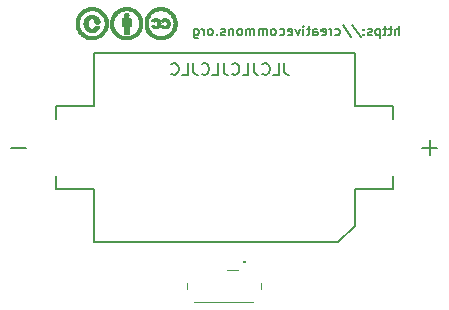
<source format=gbo>
G04 #@! TF.GenerationSoftware,KiCad,Pcbnew,(6.0.7)*
G04 #@! TF.CreationDate,2023-02-05T15:19:58+01:00*
G04 #@! TF.ProjectId,heart,68656172-742e-46b6-9963-61645f706362,v1.0.0*
G04 #@! TF.SameCoordinates,Original*
G04 #@! TF.FileFunction,Legend,Bot*
G04 #@! TF.FilePolarity,Positive*
%FSLAX46Y46*%
G04 Gerber Fmt 4.6, Leading zero omitted, Abs format (unit mm)*
G04 Created by KiCad (PCBNEW (6.0.7)) date 2023-02-05 15:19:58*
%MOMM*%
%LPD*%
G01*
G04 APERTURE LIST*
%ADD10C,0.150000*%
%ADD11C,0.010000*%
%ADD12C,0.127000*%
%ADD13C,0.100000*%
%ADD14C,0.200000*%
%ADD15C,3.200000*%
%ADD16R,1.700000X1.700000*%
%ADD17O,1.700000X1.700000*%
%ADD18R,3.000000X4.200000*%
%ADD19C,0.850000*%
%ADD20R,0.800000X1.600000*%
%ADD21R,1.700000X0.800000*%
%ADD22R,1.800000X0.800000*%
G04 APERTURE END LIST*
D10*
X132059047Y-77232380D02*
X132059047Y-77946666D01*
X132106666Y-78089523D01*
X132201904Y-78184761D01*
X132344761Y-78232380D01*
X132440000Y-78232380D01*
X131106666Y-78232380D02*
X131582857Y-78232380D01*
X131582857Y-77232380D01*
X130201904Y-78137142D02*
X130249523Y-78184761D01*
X130392380Y-78232380D01*
X130487619Y-78232380D01*
X130630476Y-78184761D01*
X130725714Y-78089523D01*
X130773333Y-77994285D01*
X130820952Y-77803809D01*
X130820952Y-77660952D01*
X130773333Y-77470476D01*
X130725714Y-77375238D01*
X130630476Y-77280000D01*
X130487619Y-77232380D01*
X130392380Y-77232380D01*
X130249523Y-77280000D01*
X130201904Y-77327619D01*
X129487619Y-77232380D02*
X129487619Y-77946666D01*
X129535238Y-78089523D01*
X129630476Y-78184761D01*
X129773333Y-78232380D01*
X129868571Y-78232380D01*
X128535238Y-78232380D02*
X129011428Y-78232380D01*
X129011428Y-77232380D01*
X127630476Y-78137142D02*
X127678095Y-78184761D01*
X127820952Y-78232380D01*
X127916190Y-78232380D01*
X128059047Y-78184761D01*
X128154285Y-78089523D01*
X128201904Y-77994285D01*
X128249523Y-77803809D01*
X128249523Y-77660952D01*
X128201904Y-77470476D01*
X128154285Y-77375238D01*
X128059047Y-77280000D01*
X127916190Y-77232380D01*
X127820952Y-77232380D01*
X127678095Y-77280000D01*
X127630476Y-77327619D01*
X126916190Y-77232380D02*
X126916190Y-77946666D01*
X126963809Y-78089523D01*
X127059047Y-78184761D01*
X127201904Y-78232380D01*
X127297142Y-78232380D01*
X125963809Y-78232380D02*
X126440000Y-78232380D01*
X126440000Y-77232380D01*
X125059047Y-78137142D02*
X125106666Y-78184761D01*
X125249523Y-78232380D01*
X125344761Y-78232380D01*
X125487619Y-78184761D01*
X125582857Y-78089523D01*
X125630476Y-77994285D01*
X125678095Y-77803809D01*
X125678095Y-77660952D01*
X125630476Y-77470476D01*
X125582857Y-77375238D01*
X125487619Y-77280000D01*
X125344761Y-77232380D01*
X125249523Y-77232380D01*
X125106666Y-77280000D01*
X125059047Y-77327619D01*
X124344761Y-77232380D02*
X124344761Y-77946666D01*
X124392380Y-78089523D01*
X124487619Y-78184761D01*
X124630476Y-78232380D01*
X124725714Y-78232380D01*
X123392380Y-78232380D02*
X123868571Y-78232380D01*
X123868571Y-77232380D01*
X122487619Y-78137142D02*
X122535238Y-78184761D01*
X122678095Y-78232380D01*
X122773333Y-78232380D01*
X122916190Y-78184761D01*
X123011428Y-78089523D01*
X123059047Y-77994285D01*
X123106666Y-77803809D01*
X123106666Y-77660952D01*
X123059047Y-77470476D01*
X123011428Y-77375238D01*
X122916190Y-77280000D01*
X122773333Y-77232380D01*
X122678095Y-77232380D01*
X122535238Y-77280000D01*
X122487619Y-77327619D01*
X141785714Y-74861904D02*
X141785714Y-74061904D01*
X141442857Y-74861904D02*
X141442857Y-74442857D01*
X141480952Y-74366666D01*
X141557142Y-74328571D01*
X141671428Y-74328571D01*
X141747619Y-74366666D01*
X141785714Y-74404761D01*
X141176190Y-74328571D02*
X140871428Y-74328571D01*
X141061904Y-74061904D02*
X141061904Y-74747619D01*
X141023809Y-74823809D01*
X140947619Y-74861904D01*
X140871428Y-74861904D01*
X140719047Y-74328571D02*
X140414285Y-74328571D01*
X140604761Y-74061904D02*
X140604761Y-74747619D01*
X140566666Y-74823809D01*
X140490476Y-74861904D01*
X140414285Y-74861904D01*
X140147619Y-74328571D02*
X140147619Y-75128571D01*
X140147619Y-74366666D02*
X140071428Y-74328571D01*
X139919047Y-74328571D01*
X139842857Y-74366666D01*
X139804761Y-74404761D01*
X139766666Y-74480952D01*
X139766666Y-74709523D01*
X139804761Y-74785714D01*
X139842857Y-74823809D01*
X139919047Y-74861904D01*
X140071428Y-74861904D01*
X140147619Y-74823809D01*
X139461904Y-74823809D02*
X139385714Y-74861904D01*
X139233333Y-74861904D01*
X139157142Y-74823809D01*
X139119047Y-74747619D01*
X139119047Y-74709523D01*
X139157142Y-74633333D01*
X139233333Y-74595238D01*
X139347619Y-74595238D01*
X139423809Y-74557142D01*
X139461904Y-74480952D01*
X139461904Y-74442857D01*
X139423809Y-74366666D01*
X139347619Y-74328571D01*
X139233333Y-74328571D01*
X139157142Y-74366666D01*
X138776190Y-74785714D02*
X138738095Y-74823809D01*
X138776190Y-74861904D01*
X138814285Y-74823809D01*
X138776190Y-74785714D01*
X138776190Y-74861904D01*
X138776190Y-74366666D02*
X138738095Y-74404761D01*
X138776190Y-74442857D01*
X138814285Y-74404761D01*
X138776190Y-74366666D01*
X138776190Y-74442857D01*
X137823809Y-74023809D02*
X138509523Y-75052380D01*
X136985714Y-74023809D02*
X137671428Y-75052380D01*
X136376190Y-74823809D02*
X136452380Y-74861904D01*
X136604761Y-74861904D01*
X136680952Y-74823809D01*
X136719047Y-74785714D01*
X136757142Y-74709523D01*
X136757142Y-74480952D01*
X136719047Y-74404761D01*
X136680952Y-74366666D01*
X136604761Y-74328571D01*
X136452380Y-74328571D01*
X136376190Y-74366666D01*
X136033333Y-74861904D02*
X136033333Y-74328571D01*
X136033333Y-74480952D02*
X135995238Y-74404761D01*
X135957142Y-74366666D01*
X135880952Y-74328571D01*
X135804761Y-74328571D01*
X135233333Y-74823809D02*
X135309523Y-74861904D01*
X135461904Y-74861904D01*
X135538095Y-74823809D01*
X135576190Y-74747619D01*
X135576190Y-74442857D01*
X135538095Y-74366666D01*
X135461904Y-74328571D01*
X135309523Y-74328571D01*
X135233333Y-74366666D01*
X135195238Y-74442857D01*
X135195238Y-74519047D01*
X135576190Y-74595238D01*
X134509523Y-74861904D02*
X134509523Y-74442857D01*
X134547619Y-74366666D01*
X134623809Y-74328571D01*
X134776190Y-74328571D01*
X134852380Y-74366666D01*
X134509523Y-74823809D02*
X134585714Y-74861904D01*
X134776190Y-74861904D01*
X134852380Y-74823809D01*
X134890476Y-74747619D01*
X134890476Y-74671428D01*
X134852380Y-74595238D01*
X134776190Y-74557142D01*
X134585714Y-74557142D01*
X134509523Y-74519047D01*
X134242857Y-74328571D02*
X133938095Y-74328571D01*
X134128571Y-74061904D02*
X134128571Y-74747619D01*
X134090476Y-74823809D01*
X134014285Y-74861904D01*
X133938095Y-74861904D01*
X133671428Y-74861904D02*
X133671428Y-74328571D01*
X133671428Y-74061904D02*
X133709523Y-74100000D01*
X133671428Y-74138095D01*
X133633333Y-74100000D01*
X133671428Y-74061904D01*
X133671428Y-74138095D01*
X133366666Y-74328571D02*
X133176190Y-74861904D01*
X132985714Y-74328571D01*
X132376190Y-74823809D02*
X132452380Y-74861904D01*
X132604761Y-74861904D01*
X132680952Y-74823809D01*
X132719047Y-74747619D01*
X132719047Y-74442857D01*
X132680952Y-74366666D01*
X132604761Y-74328571D01*
X132452380Y-74328571D01*
X132376190Y-74366666D01*
X132338095Y-74442857D01*
X132338095Y-74519047D01*
X132719047Y-74595238D01*
X131652380Y-74823809D02*
X131728571Y-74861904D01*
X131880952Y-74861904D01*
X131957142Y-74823809D01*
X131995238Y-74785714D01*
X132033333Y-74709523D01*
X132033333Y-74480952D01*
X131995238Y-74404761D01*
X131957142Y-74366666D01*
X131880952Y-74328571D01*
X131728571Y-74328571D01*
X131652380Y-74366666D01*
X131195238Y-74861904D02*
X131271428Y-74823809D01*
X131309523Y-74785714D01*
X131347619Y-74709523D01*
X131347619Y-74480952D01*
X131309523Y-74404761D01*
X131271428Y-74366666D01*
X131195238Y-74328571D01*
X131080952Y-74328571D01*
X131004761Y-74366666D01*
X130966666Y-74404761D01*
X130928571Y-74480952D01*
X130928571Y-74709523D01*
X130966666Y-74785714D01*
X131004761Y-74823809D01*
X131080952Y-74861904D01*
X131195238Y-74861904D01*
X130585714Y-74861904D02*
X130585714Y-74328571D01*
X130585714Y-74404761D02*
X130547619Y-74366666D01*
X130471428Y-74328571D01*
X130357142Y-74328571D01*
X130280952Y-74366666D01*
X130242857Y-74442857D01*
X130242857Y-74861904D01*
X130242857Y-74442857D02*
X130204761Y-74366666D01*
X130128571Y-74328571D01*
X130014285Y-74328571D01*
X129938095Y-74366666D01*
X129900000Y-74442857D01*
X129900000Y-74861904D01*
X129519047Y-74861904D02*
X129519047Y-74328571D01*
X129519047Y-74404761D02*
X129480952Y-74366666D01*
X129404761Y-74328571D01*
X129290476Y-74328571D01*
X129214285Y-74366666D01*
X129176190Y-74442857D01*
X129176190Y-74861904D01*
X129176190Y-74442857D02*
X129138095Y-74366666D01*
X129061904Y-74328571D01*
X128947619Y-74328571D01*
X128871428Y-74366666D01*
X128833333Y-74442857D01*
X128833333Y-74861904D01*
X128338095Y-74861904D02*
X128414285Y-74823809D01*
X128452380Y-74785714D01*
X128490476Y-74709523D01*
X128490476Y-74480952D01*
X128452380Y-74404761D01*
X128414285Y-74366666D01*
X128338095Y-74328571D01*
X128223809Y-74328571D01*
X128147619Y-74366666D01*
X128109523Y-74404761D01*
X128071428Y-74480952D01*
X128071428Y-74709523D01*
X128109523Y-74785714D01*
X128147619Y-74823809D01*
X128223809Y-74861904D01*
X128338095Y-74861904D01*
X127728571Y-74328571D02*
X127728571Y-74861904D01*
X127728571Y-74404761D02*
X127690476Y-74366666D01*
X127614285Y-74328571D01*
X127500000Y-74328571D01*
X127423809Y-74366666D01*
X127385714Y-74442857D01*
X127385714Y-74861904D01*
X127042857Y-74823809D02*
X126966666Y-74861904D01*
X126814285Y-74861904D01*
X126738095Y-74823809D01*
X126700000Y-74747619D01*
X126700000Y-74709523D01*
X126738095Y-74633333D01*
X126814285Y-74595238D01*
X126928571Y-74595238D01*
X127004761Y-74557142D01*
X127042857Y-74480952D01*
X127042857Y-74442857D01*
X127004761Y-74366666D01*
X126928571Y-74328571D01*
X126814285Y-74328571D01*
X126738095Y-74366666D01*
X126357142Y-74785714D02*
X126319047Y-74823809D01*
X126357142Y-74861904D01*
X126395238Y-74823809D01*
X126357142Y-74785714D01*
X126357142Y-74861904D01*
X125861904Y-74861904D02*
X125938095Y-74823809D01*
X125976190Y-74785714D01*
X126014285Y-74709523D01*
X126014285Y-74480952D01*
X125976190Y-74404761D01*
X125938095Y-74366666D01*
X125861904Y-74328571D01*
X125747619Y-74328571D01*
X125671428Y-74366666D01*
X125633333Y-74404761D01*
X125595238Y-74480952D01*
X125595238Y-74709523D01*
X125633333Y-74785714D01*
X125671428Y-74823809D01*
X125747619Y-74861904D01*
X125861904Y-74861904D01*
X125252380Y-74861904D02*
X125252380Y-74328571D01*
X125252380Y-74480952D02*
X125214285Y-74404761D01*
X125176190Y-74366666D01*
X125100000Y-74328571D01*
X125023809Y-74328571D01*
X124414285Y-74328571D02*
X124414285Y-74976190D01*
X124452380Y-75052380D01*
X124490476Y-75090476D01*
X124566666Y-75128571D01*
X124680952Y-75128571D01*
X124757142Y-75090476D01*
X124414285Y-74823809D02*
X124490476Y-74861904D01*
X124642857Y-74861904D01*
X124719047Y-74823809D01*
X124757142Y-74785714D01*
X124795238Y-74709523D01*
X124795238Y-74480952D01*
X124757142Y-74404761D01*
X124719047Y-74366666D01*
X124642857Y-74328571D01*
X124490476Y-74328571D01*
X124414285Y-74366666D01*
G36*
X118682255Y-72965536D02*
G01*
X118712332Y-72966546D01*
X118734725Y-72969757D01*
X118754755Y-72976255D01*
X118777739Y-72987124D01*
X118801557Y-73000947D01*
X118830211Y-73025586D01*
X118849598Y-73056151D01*
X118861159Y-73095215D01*
X118866336Y-73145353D01*
X118866958Y-73191168D01*
X118863428Y-73229264D01*
X118854618Y-73259656D01*
X118839543Y-73285649D01*
X118817222Y-73310548D01*
X118806069Y-73320662D01*
X118778721Y-73340466D01*
X118754398Y-73351526D01*
X118747619Y-73353133D01*
X118711572Y-73358001D01*
X118669533Y-73359460D01*
X118628101Y-73357488D01*
X118593875Y-73352065D01*
X118588499Y-73350541D01*
X118554804Y-73334053D01*
X118523285Y-73308247D01*
X118497984Y-73277049D01*
X118482945Y-73244382D01*
X118482573Y-73242928D01*
X118478668Y-73217279D01*
X118476749Y-73182971D01*
X118477129Y-73145353D01*
X118479775Y-73111912D01*
X118488864Y-73069145D01*
X118505258Y-73035807D01*
X118530398Y-73009325D01*
X118565726Y-72987124D01*
X118572766Y-72983577D01*
X118594387Y-72974041D01*
X118614542Y-72968573D01*
X118638551Y-72966088D01*
X118671732Y-72965501D01*
X118682255Y-72965536D01*
G37*
D11*
X118682255Y-72965536D02*
X118712332Y-72966546D01*
X118734725Y-72969757D01*
X118754755Y-72976255D01*
X118777739Y-72987124D01*
X118801557Y-73000947D01*
X118830211Y-73025586D01*
X118849598Y-73056151D01*
X118861159Y-73095215D01*
X118866336Y-73145353D01*
X118866958Y-73191168D01*
X118863428Y-73229264D01*
X118854618Y-73259656D01*
X118839543Y-73285649D01*
X118817222Y-73310548D01*
X118806069Y-73320662D01*
X118778721Y-73340466D01*
X118754398Y-73351526D01*
X118747619Y-73353133D01*
X118711572Y-73358001D01*
X118669533Y-73359460D01*
X118628101Y-73357488D01*
X118593875Y-73352065D01*
X118588499Y-73350541D01*
X118554804Y-73334053D01*
X118523285Y-73308247D01*
X118497984Y-73277049D01*
X118482945Y-73244382D01*
X118482573Y-73242928D01*
X118478668Y-73217279D01*
X118476749Y-73182971D01*
X118477129Y-73145353D01*
X118479775Y-73111912D01*
X118488864Y-73069145D01*
X118505258Y-73035807D01*
X118530398Y-73009325D01*
X118565726Y-72987124D01*
X118572766Y-72983577D01*
X118594387Y-72974041D01*
X118614542Y-72968573D01*
X118638551Y-72966088D01*
X118671732Y-72965501D01*
X118682255Y-72965536D01*
G36*
X122936055Y-73930196D02*
G01*
X122934915Y-73981942D01*
X122933547Y-74023107D01*
X122931800Y-74055805D01*
X122929527Y-74082155D01*
X122926577Y-74104271D01*
X122922803Y-74124270D01*
X122918055Y-74144268D01*
X122900771Y-74207055D01*
X122853179Y-74344638D01*
X122794396Y-74473242D01*
X122724137Y-74593381D01*
X122642114Y-74705571D01*
X122548042Y-74810327D01*
X122537533Y-74820701D01*
X122513657Y-74843163D01*
X122486614Y-74867562D01*
X122458709Y-74891931D01*
X122432245Y-74914306D01*
X122409526Y-74932721D01*
X122392854Y-74945211D01*
X122384535Y-74949811D01*
X122378939Y-74952580D01*
X122363382Y-74961927D01*
X122340599Y-74976313D01*
X122313208Y-74994113D01*
X122296001Y-75005242D01*
X122183996Y-75069174D01*
X122066444Y-75122519D01*
X121946261Y-75164089D01*
X121826365Y-75192693D01*
X121809155Y-75195134D01*
X121771566Y-75198274D01*
X121721238Y-75200667D01*
X121659234Y-75202266D01*
X121586615Y-75203026D01*
X121569429Y-75203089D01*
X121512577Y-75203103D01*
X121467139Y-75202658D01*
X121430663Y-75201621D01*
X121400699Y-75199859D01*
X121374794Y-75197241D01*
X121350498Y-75193634D01*
X121325358Y-75188905D01*
X121247328Y-75170263D01*
X121142837Y-75137298D01*
X121039232Y-75096178D01*
X120940968Y-75048715D01*
X120852504Y-74996720D01*
X120832035Y-74983421D01*
X120805141Y-74966197D01*
X120783637Y-74952715D01*
X120770886Y-74945103D01*
X120755567Y-74935691D01*
X120724445Y-74912929D01*
X120687724Y-74882712D01*
X120647908Y-74847136D01*
X120607501Y-74808298D01*
X120552440Y-74750186D01*
X120465095Y-74641915D01*
X120390322Y-74526396D01*
X120328157Y-74403696D01*
X120278634Y-74273879D01*
X120241790Y-74137011D01*
X120240735Y-74131760D01*
X120236175Y-74098326D01*
X120232530Y-74053533D01*
X120229802Y-73999966D01*
X120227993Y-73940210D01*
X120227107Y-73876848D01*
X120227120Y-73853988D01*
X120487859Y-73853988D01*
X120488214Y-73901624D01*
X120489199Y-73947012D01*
X120490784Y-73987086D01*
X120492941Y-74018783D01*
X120495641Y-74039039D01*
X120496559Y-74043481D01*
X120500133Y-74062816D01*
X120504088Y-74086211D01*
X120505102Y-74092057D01*
X120514240Y-74131179D01*
X120528197Y-74178102D01*
X120545493Y-74228466D01*
X120564646Y-74277908D01*
X120584175Y-74322068D01*
X120598237Y-74350203D01*
X120659524Y-74452757D01*
X120733049Y-74548895D01*
X120817751Y-74637589D01*
X120912564Y-74717810D01*
X121016427Y-74788528D01*
X121128275Y-74848715D01*
X121155635Y-74861215D01*
X121237179Y-74892758D01*
X121319961Y-74915465D01*
X121410131Y-74931134D01*
X121435498Y-74934212D01*
X121533770Y-74941066D01*
X121633430Y-74940591D01*
X121730869Y-74933032D01*
X121822477Y-74918632D01*
X121904644Y-74897637D01*
X121935619Y-74886862D01*
X121986680Y-74866209D01*
X122040696Y-74841613D01*
X122093458Y-74815119D01*
X122140755Y-74788771D01*
X122178379Y-74764617D01*
X122183646Y-74760849D01*
X122274373Y-74691170D01*
X122352961Y-74620587D01*
X122421587Y-74546770D01*
X122482425Y-74467393D01*
X122537652Y-74380125D01*
X122572102Y-74315155D01*
X122618409Y-74203476D01*
X122651680Y-74086928D01*
X122671611Y-73967020D01*
X122677895Y-73845262D01*
X122670230Y-73723163D01*
X122669572Y-73717734D01*
X122664468Y-73676389D01*
X122660363Y-73645739D01*
X122656672Y-73622432D01*
X122652807Y-73603118D01*
X122648182Y-73584446D01*
X122642211Y-73563064D01*
X122613202Y-73476278D01*
X122562742Y-73363523D01*
X122500091Y-73256272D01*
X122426355Y-73155841D01*
X122342640Y-73063549D01*
X122250051Y-72980712D01*
X122149694Y-72908649D01*
X122042675Y-72848677D01*
X121966615Y-72815768D01*
X121880625Y-72788263D01*
X121789531Y-72769264D01*
X121690787Y-72758253D01*
X121581847Y-72754711D01*
X121539074Y-72755212D01*
X121424892Y-72762275D01*
X121319993Y-72778296D01*
X121222236Y-72804065D01*
X121129477Y-72840369D01*
X121039573Y-72887997D01*
X120950382Y-72947737D01*
X120859761Y-73020378D01*
X120805811Y-73070180D01*
X120723792Y-73160858D01*
X120652782Y-73259550D01*
X120593466Y-73364974D01*
X120546524Y-73475850D01*
X120512641Y-73590899D01*
X120492500Y-73708839D01*
X120490865Y-73728224D01*
X120489156Y-73764223D01*
X120488163Y-73807166D01*
X120487859Y-73853988D01*
X120227120Y-73853988D01*
X120227145Y-73812465D01*
X120228109Y-73749644D01*
X120230002Y-73690971D01*
X120232826Y-73639029D01*
X120236584Y-73596402D01*
X120241277Y-73565676D01*
X120257494Y-73498456D01*
X120299429Y-73367138D01*
X120353308Y-73241875D01*
X120418421Y-73124214D01*
X120494057Y-73015702D01*
X120513210Y-72991692D01*
X120603811Y-72890857D01*
X120703062Y-72799342D01*
X120809614Y-72718012D01*
X120922115Y-72647730D01*
X121039217Y-72589361D01*
X121159567Y-72543769D01*
X121281815Y-72511816D01*
X121290578Y-72510079D01*
X121312529Y-72506174D01*
X121334697Y-72503117D01*
X121359122Y-72500807D01*
X121387849Y-72499147D01*
X121422919Y-72498036D01*
X121466375Y-72497376D01*
X121520260Y-72497067D01*
X121586615Y-72497010D01*
X121601565Y-72497021D01*
X121665476Y-72497195D01*
X121717273Y-72497639D01*
X121758944Y-72498450D01*
X121792477Y-72499721D01*
X121819859Y-72501549D01*
X121843079Y-72504028D01*
X121864123Y-72507255D01*
X121884981Y-72511325D01*
X121926433Y-72521014D01*
X122017192Y-72548040D01*
X122107992Y-72582316D01*
X122194005Y-72621918D01*
X122270406Y-72664922D01*
X122300204Y-72684148D01*
X122417524Y-72769716D01*
X122524606Y-72864277D01*
X122620906Y-72967068D01*
X122705879Y-73077328D01*
X122778982Y-73194292D01*
X122839670Y-73317198D01*
X122887400Y-73445284D01*
X122921627Y-73577787D01*
X122926273Y-73601059D01*
X122930657Y-73625090D01*
X122933932Y-73647439D01*
X122936218Y-73670419D01*
X122937632Y-73696343D01*
X122938295Y-73727525D01*
X122938325Y-73766279D01*
X122937842Y-73814917D01*
X122937404Y-73845262D01*
X122936964Y-73875754D01*
X122936055Y-73930196D01*
G37*
X122936055Y-73930196D02*
X122934915Y-73981942D01*
X122933547Y-74023107D01*
X122931800Y-74055805D01*
X122929527Y-74082155D01*
X122926577Y-74104271D01*
X122922803Y-74124270D01*
X122918055Y-74144268D01*
X122900771Y-74207055D01*
X122853179Y-74344638D01*
X122794396Y-74473242D01*
X122724137Y-74593381D01*
X122642114Y-74705571D01*
X122548042Y-74810327D01*
X122537533Y-74820701D01*
X122513657Y-74843163D01*
X122486614Y-74867562D01*
X122458709Y-74891931D01*
X122432245Y-74914306D01*
X122409526Y-74932721D01*
X122392854Y-74945211D01*
X122384535Y-74949811D01*
X122378939Y-74952580D01*
X122363382Y-74961927D01*
X122340599Y-74976313D01*
X122313208Y-74994113D01*
X122296001Y-75005242D01*
X122183996Y-75069174D01*
X122066444Y-75122519D01*
X121946261Y-75164089D01*
X121826365Y-75192693D01*
X121809155Y-75195134D01*
X121771566Y-75198274D01*
X121721238Y-75200667D01*
X121659234Y-75202266D01*
X121586615Y-75203026D01*
X121569429Y-75203089D01*
X121512577Y-75203103D01*
X121467139Y-75202658D01*
X121430663Y-75201621D01*
X121400699Y-75199859D01*
X121374794Y-75197241D01*
X121350498Y-75193634D01*
X121325358Y-75188905D01*
X121247328Y-75170263D01*
X121142837Y-75137298D01*
X121039232Y-75096178D01*
X120940968Y-75048715D01*
X120852504Y-74996720D01*
X120832035Y-74983421D01*
X120805141Y-74966197D01*
X120783637Y-74952715D01*
X120770886Y-74945103D01*
X120755567Y-74935691D01*
X120724445Y-74912929D01*
X120687724Y-74882712D01*
X120647908Y-74847136D01*
X120607501Y-74808298D01*
X120552440Y-74750186D01*
X120465095Y-74641915D01*
X120390322Y-74526396D01*
X120328157Y-74403696D01*
X120278634Y-74273879D01*
X120241790Y-74137011D01*
X120240735Y-74131760D01*
X120236175Y-74098326D01*
X120232530Y-74053533D01*
X120229802Y-73999966D01*
X120227993Y-73940210D01*
X120227107Y-73876848D01*
X120227120Y-73853988D01*
X120487859Y-73853988D01*
X120488214Y-73901624D01*
X120489199Y-73947012D01*
X120490784Y-73987086D01*
X120492941Y-74018783D01*
X120495641Y-74039039D01*
X120496559Y-74043481D01*
X120500133Y-74062816D01*
X120504088Y-74086211D01*
X120505102Y-74092057D01*
X120514240Y-74131179D01*
X120528197Y-74178102D01*
X120545493Y-74228466D01*
X120564646Y-74277908D01*
X120584175Y-74322068D01*
X120598237Y-74350203D01*
X120659524Y-74452757D01*
X120733049Y-74548895D01*
X120817751Y-74637589D01*
X120912564Y-74717810D01*
X121016427Y-74788528D01*
X121128275Y-74848715D01*
X121155635Y-74861215D01*
X121237179Y-74892758D01*
X121319961Y-74915465D01*
X121410131Y-74931134D01*
X121435498Y-74934212D01*
X121533770Y-74941066D01*
X121633430Y-74940591D01*
X121730869Y-74933032D01*
X121822477Y-74918632D01*
X121904644Y-74897637D01*
X121935619Y-74886862D01*
X121986680Y-74866209D01*
X122040696Y-74841613D01*
X122093458Y-74815119D01*
X122140755Y-74788771D01*
X122178379Y-74764617D01*
X122183646Y-74760849D01*
X122274373Y-74691170D01*
X122352961Y-74620587D01*
X122421587Y-74546770D01*
X122482425Y-74467393D01*
X122537652Y-74380125D01*
X122572102Y-74315155D01*
X122618409Y-74203476D01*
X122651680Y-74086928D01*
X122671611Y-73967020D01*
X122677895Y-73845262D01*
X122670230Y-73723163D01*
X122669572Y-73717734D01*
X122664468Y-73676389D01*
X122660363Y-73645739D01*
X122656672Y-73622432D01*
X122652807Y-73603118D01*
X122648182Y-73584446D01*
X122642211Y-73563064D01*
X122613202Y-73476278D01*
X122562742Y-73363523D01*
X122500091Y-73256272D01*
X122426355Y-73155841D01*
X122342640Y-73063549D01*
X122250051Y-72980712D01*
X122149694Y-72908649D01*
X122042675Y-72848677D01*
X121966615Y-72815768D01*
X121880625Y-72788263D01*
X121789531Y-72769264D01*
X121690787Y-72758253D01*
X121581847Y-72754711D01*
X121539074Y-72755212D01*
X121424892Y-72762275D01*
X121319993Y-72778296D01*
X121222236Y-72804065D01*
X121129477Y-72840369D01*
X121039573Y-72887997D01*
X120950382Y-72947737D01*
X120859761Y-73020378D01*
X120805811Y-73070180D01*
X120723792Y-73160858D01*
X120652782Y-73259550D01*
X120593466Y-73364974D01*
X120546524Y-73475850D01*
X120512641Y-73590899D01*
X120492500Y-73708839D01*
X120490865Y-73728224D01*
X120489156Y-73764223D01*
X120488163Y-73807166D01*
X120487859Y-73853988D01*
X120227120Y-73853988D01*
X120227145Y-73812465D01*
X120228109Y-73749644D01*
X120230002Y-73690971D01*
X120232826Y-73639029D01*
X120236584Y-73596402D01*
X120241277Y-73565676D01*
X120257494Y-73498456D01*
X120299429Y-73367138D01*
X120353308Y-73241875D01*
X120418421Y-73124214D01*
X120494057Y-73015702D01*
X120513210Y-72991692D01*
X120603811Y-72890857D01*
X120703062Y-72799342D01*
X120809614Y-72718012D01*
X120922115Y-72647730D01*
X121039217Y-72589361D01*
X121159567Y-72543769D01*
X121281815Y-72511816D01*
X121290578Y-72510079D01*
X121312529Y-72506174D01*
X121334697Y-72503117D01*
X121359122Y-72500807D01*
X121387849Y-72499147D01*
X121422919Y-72498036D01*
X121466375Y-72497376D01*
X121520260Y-72497067D01*
X121586615Y-72497010D01*
X121601565Y-72497021D01*
X121665476Y-72497195D01*
X121717273Y-72497639D01*
X121758944Y-72498450D01*
X121792477Y-72499721D01*
X121819859Y-72501549D01*
X121843079Y-72504028D01*
X121864123Y-72507255D01*
X121884981Y-72511325D01*
X121926433Y-72521014D01*
X122017192Y-72548040D01*
X122107992Y-72582316D01*
X122194005Y-72621918D01*
X122270406Y-72664922D01*
X122300204Y-72684148D01*
X122417524Y-72769716D01*
X122524606Y-72864277D01*
X122620906Y-72967068D01*
X122705879Y-73077328D01*
X122778982Y-73194292D01*
X122839670Y-73317198D01*
X122887400Y-73445284D01*
X122921627Y-73577787D01*
X122926273Y-73601059D01*
X122930657Y-73625090D01*
X122933932Y-73647439D01*
X122936218Y-73670419D01*
X122937632Y-73696343D01*
X122938295Y-73727525D01*
X122938325Y-73766279D01*
X122937842Y-73814917D01*
X122937404Y-73845262D01*
X122936964Y-73875754D01*
X122936055Y-73930196D01*
G36*
X118731445Y-73418567D02*
G01*
X118800105Y-73418706D01*
X118856539Y-73419130D01*
X118902059Y-73419996D01*
X118937978Y-73421464D01*
X118965608Y-73423691D01*
X118986263Y-73426835D01*
X119001254Y-73431055D01*
X119011895Y-73436509D01*
X119019497Y-73443355D01*
X119025374Y-73451753D01*
X119030838Y-73461859D01*
X119031321Y-73462837D01*
X119034024Y-73470553D01*
X119036235Y-73482048D01*
X119038002Y-73498665D01*
X119039370Y-73521745D01*
X119040385Y-73552629D01*
X119041094Y-73592660D01*
X119041543Y-73643179D01*
X119041779Y-73705529D01*
X119041847Y-73781050D01*
X119041847Y-74078954D01*
X118889447Y-74078954D01*
X118889447Y-74404316D01*
X118889383Y-74456311D01*
X118889122Y-74520365D01*
X118888678Y-74578788D01*
X118888074Y-74630100D01*
X118887332Y-74672820D01*
X118886475Y-74705467D01*
X118885524Y-74726562D01*
X118884501Y-74734623D01*
X118883734Y-74734941D01*
X118872165Y-74736082D01*
X118848403Y-74736982D01*
X118814308Y-74737614D01*
X118771736Y-74737953D01*
X118722548Y-74737973D01*
X118668601Y-74737647D01*
X118457647Y-74735725D01*
X118455759Y-74407339D01*
X118453870Y-74078954D01*
X118301618Y-74078954D01*
X118301618Y-73781050D01*
X118301620Y-73767971D01*
X118301712Y-73694656D01*
X118301979Y-73634298D01*
X118302466Y-73585555D01*
X118303222Y-73547084D01*
X118304290Y-73517544D01*
X118305719Y-73495594D01*
X118307554Y-73479891D01*
X118309841Y-73469093D01*
X118312627Y-73461859D01*
X118316700Y-73454180D01*
X118322346Y-73445359D01*
X118329379Y-73438129D01*
X118339114Y-73432332D01*
X118352862Y-73427810D01*
X118371936Y-73424405D01*
X118397649Y-73421957D01*
X118431313Y-73420310D01*
X118474240Y-73419304D01*
X118527744Y-73418782D01*
X118593138Y-73418584D01*
X118671732Y-73418554D01*
X118731445Y-73418567D01*
G37*
X118731445Y-73418567D02*
X118800105Y-73418706D01*
X118856539Y-73419130D01*
X118902059Y-73419996D01*
X118937978Y-73421464D01*
X118965608Y-73423691D01*
X118986263Y-73426835D01*
X119001254Y-73431055D01*
X119011895Y-73436509D01*
X119019497Y-73443355D01*
X119025374Y-73451753D01*
X119030838Y-73461859D01*
X119031321Y-73462837D01*
X119034024Y-73470553D01*
X119036235Y-73482048D01*
X119038002Y-73498665D01*
X119039370Y-73521745D01*
X119040385Y-73552629D01*
X119041094Y-73592660D01*
X119041543Y-73643179D01*
X119041779Y-73705529D01*
X119041847Y-73781050D01*
X119041847Y-74078954D01*
X118889447Y-74078954D01*
X118889447Y-74404316D01*
X118889383Y-74456311D01*
X118889122Y-74520365D01*
X118888678Y-74578788D01*
X118888074Y-74630100D01*
X118887332Y-74672820D01*
X118886475Y-74705467D01*
X118885524Y-74726562D01*
X118884501Y-74734623D01*
X118883734Y-74734941D01*
X118872165Y-74736082D01*
X118848403Y-74736982D01*
X118814308Y-74737614D01*
X118771736Y-74737953D01*
X118722548Y-74737973D01*
X118668601Y-74737647D01*
X118457647Y-74735725D01*
X118455759Y-74407339D01*
X118453870Y-74078954D01*
X118301618Y-74078954D01*
X118301618Y-73781050D01*
X118301620Y-73767971D01*
X118301712Y-73694656D01*
X118301979Y-73634298D01*
X118302466Y-73585555D01*
X118303222Y-73547084D01*
X118304290Y-73517544D01*
X118305719Y-73495594D01*
X118307554Y-73479891D01*
X118309841Y-73469093D01*
X118312627Y-73461859D01*
X118316700Y-73454180D01*
X118322346Y-73445359D01*
X118329379Y-73438129D01*
X118339114Y-73432332D01*
X118352862Y-73427810D01*
X118371936Y-73424405D01*
X118397649Y-73421957D01*
X118431313Y-73420310D01*
X118474240Y-73419304D01*
X118527744Y-73418782D01*
X118593138Y-73418584D01*
X118671732Y-73418554D01*
X118731445Y-73418567D01*
G36*
X121224783Y-73421925D02*
G01*
X121291561Y-73433619D01*
X121352091Y-73456449D01*
X121408771Y-73491310D01*
X121463999Y-73539097D01*
X121484318Y-73560290D01*
X121520465Y-73606814D01*
X121546968Y-73656592D01*
X121564738Y-73712115D01*
X121574684Y-73775872D01*
X121577717Y-73850354D01*
X121577562Y-73867598D01*
X121574274Y-73927320D01*
X121565999Y-73978736D01*
X121551783Y-74026384D01*
X121530677Y-74074801D01*
X121496642Y-74129442D01*
X121449652Y-74180319D01*
X121393507Y-74222506D01*
X121330402Y-74254370D01*
X121262532Y-74274276D01*
X121245523Y-74276987D01*
X121201115Y-74280564D01*
X121153095Y-74280717D01*
X121107390Y-74277542D01*
X121069929Y-74271138D01*
X121015390Y-74252800D01*
X120949122Y-74218037D01*
X120889321Y-74172179D01*
X120885561Y-74168674D01*
X120864542Y-74147257D01*
X120843483Y-74123275D01*
X120824390Y-74099350D01*
X120809269Y-74078100D01*
X120800122Y-74062145D01*
X120798956Y-74054104D01*
X120799922Y-74053485D01*
X120810664Y-74047717D01*
X120831207Y-74037129D01*
X120859120Y-74022964D01*
X120891973Y-74006467D01*
X120894767Y-74005071D01*
X120929923Y-73987679D01*
X120954511Y-73976161D01*
X120970733Y-73969817D01*
X120980787Y-73967943D01*
X120986873Y-73969837D01*
X120991192Y-73974797D01*
X121008547Y-74000385D01*
X121029083Y-74028447D01*
X121045809Y-74047596D01*
X121060719Y-74060027D01*
X121075808Y-74067936D01*
X121082680Y-74070346D01*
X121113030Y-74076393D01*
X121148495Y-74078664D01*
X121182744Y-74077003D01*
X121209446Y-74071251D01*
X121221107Y-74065890D01*
X121251645Y-74043075D01*
X121278583Y-74011170D01*
X121298987Y-73974126D01*
X121309926Y-73935895D01*
X121311495Y-73921167D01*
X121313273Y-73888500D01*
X121313918Y-73850658D01*
X121313449Y-73812553D01*
X121311883Y-73779098D01*
X121309241Y-73755207D01*
X121298014Y-73715812D01*
X121274772Y-73675741D01*
X121242090Y-73646213D01*
X121200890Y-73628010D01*
X121152094Y-73621913D01*
X121131552Y-73622977D01*
X121090552Y-73633108D01*
X121055367Y-73655046D01*
X121023463Y-73690133D01*
X120993383Y-73730851D01*
X120899497Y-73681745D01*
X120897868Y-73680892D01*
X120856454Y-73658457D01*
X120827714Y-73641138D01*
X120810952Y-73628478D01*
X120805472Y-73620019D01*
X120805745Y-73617516D01*
X120813131Y-73601872D01*
X120828821Y-73580260D01*
X120850440Y-73555292D01*
X120875610Y-73529580D01*
X120901953Y-73505738D01*
X120927091Y-73486378D01*
X120964038Y-73464006D01*
X121017319Y-73441531D01*
X121077004Y-73427396D01*
X121146418Y-73420602D01*
X121149358Y-73420473D01*
X121224783Y-73421925D01*
G37*
X121224783Y-73421925D02*
X121291561Y-73433619D01*
X121352091Y-73456449D01*
X121408771Y-73491310D01*
X121463999Y-73539097D01*
X121484318Y-73560290D01*
X121520465Y-73606814D01*
X121546968Y-73656592D01*
X121564738Y-73712115D01*
X121574684Y-73775872D01*
X121577717Y-73850354D01*
X121577562Y-73867598D01*
X121574274Y-73927320D01*
X121565999Y-73978736D01*
X121551783Y-74026384D01*
X121530677Y-74074801D01*
X121496642Y-74129442D01*
X121449652Y-74180319D01*
X121393507Y-74222506D01*
X121330402Y-74254370D01*
X121262532Y-74274276D01*
X121245523Y-74276987D01*
X121201115Y-74280564D01*
X121153095Y-74280717D01*
X121107390Y-74277542D01*
X121069929Y-74271138D01*
X121015390Y-74252800D01*
X120949122Y-74218037D01*
X120889321Y-74172179D01*
X120885561Y-74168674D01*
X120864542Y-74147257D01*
X120843483Y-74123275D01*
X120824390Y-74099350D01*
X120809269Y-74078100D01*
X120800122Y-74062145D01*
X120798956Y-74054104D01*
X120799922Y-74053485D01*
X120810664Y-74047717D01*
X120831207Y-74037129D01*
X120859120Y-74022964D01*
X120891973Y-74006467D01*
X120894767Y-74005071D01*
X120929923Y-73987679D01*
X120954511Y-73976161D01*
X120970733Y-73969817D01*
X120980787Y-73967943D01*
X120986873Y-73969837D01*
X120991192Y-73974797D01*
X121008547Y-74000385D01*
X121029083Y-74028447D01*
X121045809Y-74047596D01*
X121060719Y-74060027D01*
X121075808Y-74067936D01*
X121082680Y-74070346D01*
X121113030Y-74076393D01*
X121148495Y-74078664D01*
X121182744Y-74077003D01*
X121209446Y-74071251D01*
X121221107Y-74065890D01*
X121251645Y-74043075D01*
X121278583Y-74011170D01*
X121298987Y-73974126D01*
X121309926Y-73935895D01*
X121311495Y-73921167D01*
X121313273Y-73888500D01*
X121313918Y-73850658D01*
X121313449Y-73812553D01*
X121311883Y-73779098D01*
X121309241Y-73755207D01*
X121298014Y-73715812D01*
X121274772Y-73675741D01*
X121242090Y-73646213D01*
X121200890Y-73628010D01*
X121152094Y-73621913D01*
X121131552Y-73622977D01*
X121090552Y-73633108D01*
X121055367Y-73655046D01*
X121023463Y-73690133D01*
X120993383Y-73730851D01*
X120899497Y-73681745D01*
X120897868Y-73680892D01*
X120856454Y-73658457D01*
X120827714Y-73641138D01*
X120810952Y-73628478D01*
X120805472Y-73620019D01*
X120805745Y-73617516D01*
X120813131Y-73601872D01*
X120828821Y-73580260D01*
X120850440Y-73555292D01*
X120875610Y-73529580D01*
X120901953Y-73505738D01*
X120927091Y-73486378D01*
X120964038Y-73464006D01*
X121017319Y-73441531D01*
X121077004Y-73427396D01*
X121146418Y-73420602D01*
X121149358Y-73420473D01*
X121224783Y-73421925D01*
G36*
X115890612Y-73136782D02*
G01*
X115976822Y-73159884D01*
X116056979Y-73194037D01*
X116130020Y-73238837D01*
X116194883Y-73293878D01*
X116250506Y-73358757D01*
X116295826Y-73433068D01*
X116315707Y-73476236D01*
X116334552Y-73525001D01*
X116349183Y-73571533D01*
X116357845Y-73610803D01*
X116362752Y-73643525D01*
X116416357Y-73643525D01*
X116444119Y-73643968D01*
X116460424Y-73645762D01*
X116468064Y-73649594D01*
X116469961Y-73656153D01*
X116469791Y-73657001D01*
X116463083Y-73667128D01*
X116447828Y-73685243D01*
X116425704Y-73709653D01*
X116398390Y-73738670D01*
X116367562Y-73770603D01*
X116334899Y-73803762D01*
X116302079Y-73836457D01*
X116270778Y-73866997D01*
X116242676Y-73893693D01*
X116219449Y-73914854D01*
X116202776Y-73928790D01*
X116194335Y-73933811D01*
X116193500Y-73933643D01*
X116183432Y-73926908D01*
X116165429Y-73911564D01*
X116141170Y-73889302D01*
X116112334Y-73861809D01*
X116080601Y-73830776D01*
X116047650Y-73797892D01*
X116015160Y-73764845D01*
X115984812Y-73733325D01*
X115958284Y-73705021D01*
X115937256Y-73681623D01*
X115923408Y-73664819D01*
X115918418Y-73656299D01*
X115919441Y-73650847D01*
X115925645Y-73646232D01*
X115940196Y-73644065D01*
X115966166Y-73643525D01*
X116013914Y-73643525D01*
X116008823Y-73619939D01*
X115998919Y-73588475D01*
X115974223Y-73543294D01*
X115940204Y-73503226D01*
X115899892Y-73472374D01*
X115874377Y-73458814D01*
X115845632Y-73447767D01*
X115812309Y-73439904D01*
X115769441Y-73433755D01*
X115715655Y-73430896D01*
X115651424Y-73438101D01*
X115594506Y-73457468D01*
X115545398Y-73488739D01*
X115504600Y-73531660D01*
X115472609Y-73585975D01*
X115458924Y-73618397D01*
X115446843Y-73655122D01*
X115438300Y-73693964D01*
X115432791Y-73738002D01*
X115429813Y-73790315D01*
X115428865Y-73853982D01*
X115428864Y-73854714D01*
X115429023Y-73903118D01*
X115429836Y-73940199D01*
X115431580Y-73969102D01*
X115434535Y-73992970D01*
X115438979Y-74014949D01*
X115445191Y-74038183D01*
X115460608Y-74085362D01*
X115489765Y-74150040D01*
X115525167Y-74202669D01*
X115567494Y-74244186D01*
X115617425Y-74275526D01*
X115667000Y-74293513D01*
X115722376Y-74302037D01*
X115779354Y-74300967D01*
X115835065Y-74290830D01*
X115886641Y-74272156D01*
X115931213Y-74245473D01*
X115965912Y-74211309D01*
X115972391Y-74202256D01*
X115993334Y-74164168D01*
X116008450Y-74122655D01*
X116015213Y-74084232D01*
X116016390Y-74060811D01*
X116196004Y-74058870D01*
X116210435Y-74058719D01*
X116263771Y-74058302D01*
X116304552Y-74058315D01*
X116334363Y-74058832D01*
X116354790Y-74059930D01*
X116367418Y-74061684D01*
X116373832Y-74064171D01*
X116375618Y-74067467D01*
X116375560Y-74070436D01*
X116372111Y-74097955D01*
X116364159Y-74134304D01*
X116352854Y-74175572D01*
X116339346Y-74217845D01*
X116324783Y-74257212D01*
X116310315Y-74289760D01*
X116291238Y-74324017D01*
X116241905Y-74391820D01*
X116181637Y-74452715D01*
X116112254Y-74505420D01*
X116035576Y-74548653D01*
X115953424Y-74581132D01*
X115867618Y-74601574D01*
X115842360Y-74604546D01*
X115792534Y-74606515D01*
X115736196Y-74605142D01*
X115677999Y-74600710D01*
X115622594Y-74593500D01*
X115574634Y-74583794D01*
X115519434Y-74567301D01*
X115429787Y-74529023D01*
X115347727Y-74478955D01*
X115274041Y-74417899D01*
X115209519Y-74346656D01*
X115154948Y-74266027D01*
X115111116Y-74176813D01*
X115078813Y-74079816D01*
X115072867Y-74054526D01*
X115061422Y-73981457D01*
X115055935Y-73901925D01*
X115056303Y-73819915D01*
X115062421Y-73739410D01*
X115074183Y-73664396D01*
X115091484Y-73598855D01*
X115106009Y-73560245D01*
X115135012Y-73497460D01*
X115169597Y-73435111D01*
X115207119Y-73377827D01*
X115244935Y-73330236D01*
X115255852Y-73318664D01*
X115303804Y-73276414D01*
X115361305Y-73236134D01*
X115424478Y-73200099D01*
X115489443Y-73170584D01*
X115552324Y-73149866D01*
X115606286Y-73137827D01*
X115704282Y-73125349D01*
X115799411Y-73125135D01*
X115890612Y-73136782D01*
G37*
X115890612Y-73136782D02*
X115976822Y-73159884D01*
X116056979Y-73194037D01*
X116130020Y-73238837D01*
X116194883Y-73293878D01*
X116250506Y-73358757D01*
X116295826Y-73433068D01*
X116315707Y-73476236D01*
X116334552Y-73525001D01*
X116349183Y-73571533D01*
X116357845Y-73610803D01*
X116362752Y-73643525D01*
X116416357Y-73643525D01*
X116444119Y-73643968D01*
X116460424Y-73645762D01*
X116468064Y-73649594D01*
X116469961Y-73656153D01*
X116469791Y-73657001D01*
X116463083Y-73667128D01*
X116447828Y-73685243D01*
X116425704Y-73709653D01*
X116398390Y-73738670D01*
X116367562Y-73770603D01*
X116334899Y-73803762D01*
X116302079Y-73836457D01*
X116270778Y-73866997D01*
X116242676Y-73893693D01*
X116219449Y-73914854D01*
X116202776Y-73928790D01*
X116194335Y-73933811D01*
X116193500Y-73933643D01*
X116183432Y-73926908D01*
X116165429Y-73911564D01*
X116141170Y-73889302D01*
X116112334Y-73861809D01*
X116080601Y-73830776D01*
X116047650Y-73797892D01*
X116015160Y-73764845D01*
X115984812Y-73733325D01*
X115958284Y-73705021D01*
X115937256Y-73681623D01*
X115923408Y-73664819D01*
X115918418Y-73656299D01*
X115919441Y-73650847D01*
X115925645Y-73646232D01*
X115940196Y-73644065D01*
X115966166Y-73643525D01*
X116013914Y-73643525D01*
X116008823Y-73619939D01*
X115998919Y-73588475D01*
X115974223Y-73543294D01*
X115940204Y-73503226D01*
X115899892Y-73472374D01*
X115874377Y-73458814D01*
X115845632Y-73447767D01*
X115812309Y-73439904D01*
X115769441Y-73433755D01*
X115715655Y-73430896D01*
X115651424Y-73438101D01*
X115594506Y-73457468D01*
X115545398Y-73488739D01*
X115504600Y-73531660D01*
X115472609Y-73585975D01*
X115458924Y-73618397D01*
X115446843Y-73655122D01*
X115438300Y-73693964D01*
X115432791Y-73738002D01*
X115429813Y-73790315D01*
X115428865Y-73853982D01*
X115428864Y-73854714D01*
X115429023Y-73903118D01*
X115429836Y-73940199D01*
X115431580Y-73969102D01*
X115434535Y-73992970D01*
X115438979Y-74014949D01*
X115445191Y-74038183D01*
X115460608Y-74085362D01*
X115489765Y-74150040D01*
X115525167Y-74202669D01*
X115567494Y-74244186D01*
X115617425Y-74275526D01*
X115667000Y-74293513D01*
X115722376Y-74302037D01*
X115779354Y-74300967D01*
X115835065Y-74290830D01*
X115886641Y-74272156D01*
X115931213Y-74245473D01*
X115965912Y-74211309D01*
X115972391Y-74202256D01*
X115993334Y-74164168D01*
X116008450Y-74122655D01*
X116015213Y-74084232D01*
X116016390Y-74060811D01*
X116196004Y-74058870D01*
X116210435Y-74058719D01*
X116263771Y-74058302D01*
X116304552Y-74058315D01*
X116334363Y-74058832D01*
X116354790Y-74059930D01*
X116367418Y-74061684D01*
X116373832Y-74064171D01*
X116375618Y-74067467D01*
X116375560Y-74070436D01*
X116372111Y-74097955D01*
X116364159Y-74134304D01*
X116352854Y-74175572D01*
X116339346Y-74217845D01*
X116324783Y-74257212D01*
X116310315Y-74289760D01*
X116291238Y-74324017D01*
X116241905Y-74391820D01*
X116181637Y-74452715D01*
X116112254Y-74505420D01*
X116035576Y-74548653D01*
X115953424Y-74581132D01*
X115867618Y-74601574D01*
X115842360Y-74604546D01*
X115792534Y-74606515D01*
X115736196Y-74605142D01*
X115677999Y-74600710D01*
X115622594Y-74593500D01*
X115574634Y-74583794D01*
X115519434Y-74567301D01*
X115429787Y-74529023D01*
X115347727Y-74478955D01*
X115274041Y-74417899D01*
X115209519Y-74346656D01*
X115154948Y-74266027D01*
X115111116Y-74176813D01*
X115078813Y-74079816D01*
X115072867Y-74054526D01*
X115061422Y-73981457D01*
X115055935Y-73901925D01*
X115056303Y-73819915D01*
X115062421Y-73739410D01*
X115074183Y-73664396D01*
X115091484Y-73598855D01*
X115106009Y-73560245D01*
X115135012Y-73497460D01*
X115169597Y-73435111D01*
X115207119Y-73377827D01*
X115244935Y-73330236D01*
X115255852Y-73318664D01*
X115303804Y-73276414D01*
X115361305Y-73236134D01*
X115424478Y-73200099D01*
X115489443Y-73170584D01*
X115552324Y-73149866D01*
X115606286Y-73137827D01*
X115704282Y-73125349D01*
X115799411Y-73125135D01*
X115890612Y-73136782D01*
G36*
X121980757Y-73419359D02*
G01*
X122054723Y-73429006D01*
X122121748Y-73450596D01*
X122183803Y-73484903D01*
X122242853Y-73532703D01*
X122272390Y-73562996D01*
X122306802Y-73608534D01*
X122332021Y-73658071D01*
X122348903Y-73713938D01*
X122358307Y-73778465D01*
X122361090Y-73853982D01*
X122361040Y-73865468D01*
X122360385Y-73905099D01*
X122358630Y-73935291D01*
X122355268Y-73960121D01*
X122349791Y-73983668D01*
X122341692Y-74010011D01*
X122340296Y-74014178D01*
X122328018Y-74046678D01*
X122314287Y-74077588D01*
X122301819Y-74100725D01*
X122279412Y-74131588D01*
X122233091Y-74179158D01*
X122178499Y-74219954D01*
X122119215Y-74251466D01*
X122058817Y-74271185D01*
X121995376Y-74280563D01*
X121915914Y-74280033D01*
X121838808Y-74265913D01*
X121765927Y-74238412D01*
X121754690Y-74232453D01*
X121720501Y-74209956D01*
X121684082Y-74180965D01*
X121649177Y-74148840D01*
X121619531Y-74116937D01*
X121598889Y-74088616D01*
X121595331Y-74082602D01*
X121588610Y-74070433D01*
X121585997Y-74060842D01*
X121588965Y-74052303D01*
X121598983Y-74043288D01*
X121617523Y-74032270D01*
X121646056Y-74017720D01*
X121686052Y-73998114D01*
X121718478Y-73982713D01*
X121745771Y-73971220D01*
X121762205Y-73966569D01*
X121768652Y-73968447D01*
X121781201Y-73992874D01*
X121802251Y-74020778D01*
X121826862Y-74045779D01*
X121850472Y-74062625D01*
X121876709Y-74072351D01*
X121916140Y-74078593D01*
X121956128Y-74077550D01*
X121990294Y-74068933D01*
X121995718Y-74066387D01*
X122026028Y-74044611D01*
X122054112Y-74012552D01*
X122076775Y-73973725D01*
X122077779Y-73971523D01*
X122084671Y-73954343D01*
X122089221Y-73936812D01*
X122091895Y-73915391D01*
X122093158Y-73886542D01*
X122093475Y-73846725D01*
X122093472Y-73841098D01*
X122093063Y-73802838D01*
X122091654Y-73775109D01*
X122088777Y-73754373D01*
X122083967Y-73737091D01*
X122076758Y-73719725D01*
X122073071Y-73711989D01*
X122047501Y-73670947D01*
X122017059Y-73642912D01*
X121980322Y-73626897D01*
X121935866Y-73621913D01*
X121919139Y-73622589D01*
X121880562Y-73630481D01*
X121847356Y-73648406D01*
X121817304Y-73677837D01*
X121788191Y-73720252D01*
X121788027Y-73720524D01*
X121783990Y-73724964D01*
X121777568Y-73726171D01*
X121766689Y-73723404D01*
X121749281Y-73715919D01*
X121723272Y-73702974D01*
X121686591Y-73683826D01*
X121671938Y-73676096D01*
X121640369Y-73659357D01*
X121614638Y-73645598D01*
X121597085Y-73636073D01*
X121590047Y-73632035D01*
X121587970Y-73625406D01*
X121593119Y-73609533D01*
X121605892Y-73587980D01*
X121624482Y-73563109D01*
X121647082Y-73537280D01*
X121671886Y-73512854D01*
X121697086Y-73492192D01*
X121735038Y-73468447D01*
X121800369Y-73440986D01*
X121873670Y-73424243D01*
X121953394Y-73418661D01*
X121980757Y-73419359D01*
G37*
X121980757Y-73419359D02*
X122054723Y-73429006D01*
X122121748Y-73450596D01*
X122183803Y-73484903D01*
X122242853Y-73532703D01*
X122272390Y-73562996D01*
X122306802Y-73608534D01*
X122332021Y-73658071D01*
X122348903Y-73713938D01*
X122358307Y-73778465D01*
X122361090Y-73853982D01*
X122361040Y-73865468D01*
X122360385Y-73905099D01*
X122358630Y-73935291D01*
X122355268Y-73960121D01*
X122349791Y-73983668D01*
X122341692Y-74010011D01*
X122340296Y-74014178D01*
X122328018Y-74046678D01*
X122314287Y-74077588D01*
X122301819Y-74100725D01*
X122279412Y-74131588D01*
X122233091Y-74179158D01*
X122178499Y-74219954D01*
X122119215Y-74251466D01*
X122058817Y-74271185D01*
X121995376Y-74280563D01*
X121915914Y-74280033D01*
X121838808Y-74265913D01*
X121765927Y-74238412D01*
X121754690Y-74232453D01*
X121720501Y-74209956D01*
X121684082Y-74180965D01*
X121649177Y-74148840D01*
X121619531Y-74116937D01*
X121598889Y-74088616D01*
X121595331Y-74082602D01*
X121588610Y-74070433D01*
X121585997Y-74060842D01*
X121588965Y-74052303D01*
X121598983Y-74043288D01*
X121617523Y-74032270D01*
X121646056Y-74017720D01*
X121686052Y-73998114D01*
X121718478Y-73982713D01*
X121745771Y-73971220D01*
X121762205Y-73966569D01*
X121768652Y-73968447D01*
X121781201Y-73992874D01*
X121802251Y-74020778D01*
X121826862Y-74045779D01*
X121850472Y-74062625D01*
X121876709Y-74072351D01*
X121916140Y-74078593D01*
X121956128Y-74077550D01*
X121990294Y-74068933D01*
X121995718Y-74066387D01*
X122026028Y-74044611D01*
X122054112Y-74012552D01*
X122076775Y-73973725D01*
X122077779Y-73971523D01*
X122084671Y-73954343D01*
X122089221Y-73936812D01*
X122091895Y-73915391D01*
X122093158Y-73886542D01*
X122093475Y-73846725D01*
X122093472Y-73841098D01*
X122093063Y-73802838D01*
X122091654Y-73775109D01*
X122088777Y-73754373D01*
X122083967Y-73737091D01*
X122076758Y-73719725D01*
X122073071Y-73711989D01*
X122047501Y-73670947D01*
X122017059Y-73642912D01*
X121980322Y-73626897D01*
X121935866Y-73621913D01*
X121919139Y-73622589D01*
X121880562Y-73630481D01*
X121847356Y-73648406D01*
X121817304Y-73677837D01*
X121788191Y-73720252D01*
X121788027Y-73720524D01*
X121783990Y-73724964D01*
X121777568Y-73726171D01*
X121766689Y-73723404D01*
X121749281Y-73715919D01*
X121723272Y-73702974D01*
X121686591Y-73683826D01*
X121671938Y-73676096D01*
X121640369Y-73659357D01*
X121614638Y-73645598D01*
X121597085Y-73636073D01*
X121590047Y-73632035D01*
X121587970Y-73625406D01*
X121593119Y-73609533D01*
X121605892Y-73587980D01*
X121624482Y-73563109D01*
X121647082Y-73537280D01*
X121671886Y-73512854D01*
X121697086Y-73492192D01*
X121735038Y-73468447D01*
X121800369Y-73440986D01*
X121873670Y-73424243D01*
X121953394Y-73418661D01*
X121980757Y-73419359D01*
G36*
X117105214Y-73943264D02*
G01*
X117103295Y-74002425D01*
X117100424Y-74054976D01*
X117096601Y-74098294D01*
X117091827Y-74129754D01*
X117072703Y-74207717D01*
X117029030Y-74337687D01*
X116971634Y-74463124D01*
X116900630Y-74583789D01*
X116816135Y-74699439D01*
X116804126Y-74714040D01*
X116763378Y-74760334D01*
X116718457Y-74807347D01*
X116671950Y-74852623D01*
X116626444Y-74893702D01*
X116584527Y-74928127D01*
X116548786Y-74953439D01*
X116545576Y-74955517D01*
X116530753Y-74965467D01*
X116508895Y-74980382D01*
X116483477Y-74997897D01*
X116403454Y-75047446D01*
X116309938Y-75094405D01*
X116209406Y-75135327D01*
X116105504Y-75168733D01*
X116001875Y-75193146D01*
X115991454Y-75194780D01*
X115958695Y-75197842D01*
X115915307Y-75200036D01*
X115863804Y-75201397D01*
X115806698Y-75201955D01*
X115746504Y-75201744D01*
X115685735Y-75200796D01*
X115626903Y-75199144D01*
X115572522Y-75196820D01*
X115525105Y-75193857D01*
X115487166Y-75190287D01*
X115461218Y-75186144D01*
X115338691Y-75151141D01*
X115215163Y-75102794D01*
X115093196Y-75042163D01*
X114974990Y-74970227D01*
X114912447Y-74926848D01*
X114858468Y-74885449D01*
X114810402Y-74843496D01*
X114764540Y-74797749D01*
X114717175Y-74744968D01*
X114629888Y-74633987D01*
X114555795Y-74518893D01*
X114495602Y-74400361D01*
X114449130Y-74278039D01*
X114416200Y-74151578D01*
X114415135Y-74146276D01*
X114411180Y-74124530D01*
X114408071Y-74102492D01*
X114405708Y-74078130D01*
X114403995Y-74049412D01*
X114402833Y-74014307D01*
X114402125Y-73970783D01*
X114401771Y-73916809D01*
X114401675Y-73850354D01*
X114401677Y-73845940D01*
X114659603Y-73845940D01*
X114662489Y-73935516D01*
X114670069Y-74022700D01*
X114682156Y-74103652D01*
X114698565Y-74174531D01*
X114704228Y-74192895D01*
X114716380Y-74227865D01*
X114730772Y-74265705D01*
X114745734Y-74302243D01*
X114759597Y-74333307D01*
X114770691Y-74354725D01*
X114803292Y-74406539D01*
X114840387Y-74461115D01*
X114878549Y-74513433D01*
X114915789Y-74560864D01*
X114950115Y-74600779D01*
X114979538Y-74630551D01*
X114982535Y-74633250D01*
X115021295Y-74666408D01*
X115066565Y-74702615D01*
X115114071Y-74738624D01*
X115159541Y-74771190D01*
X115198703Y-74797066D01*
X115260011Y-74832421D01*
X115358743Y-74877947D01*
X115460076Y-74910462D01*
X115566447Y-74930851D01*
X115603497Y-74935443D01*
X115698004Y-74943316D01*
X115787803Y-74944365D01*
X115878694Y-74938517D01*
X115976475Y-74925699D01*
X116003239Y-74920885D01*
X116093480Y-74896888D01*
X116185157Y-74861473D01*
X116275119Y-74816170D01*
X116360218Y-74762506D01*
X116437304Y-74702011D01*
X116455202Y-74686617D01*
X116480305Y-74665912D01*
X116501076Y-74649708D01*
X116518431Y-74634980D01*
X116547328Y-74605345D01*
X116580267Y-74567153D01*
X116615491Y-74522794D01*
X116651239Y-74474659D01*
X116685750Y-74425139D01*
X116717266Y-74376624D01*
X116744026Y-74331505D01*
X116764271Y-74292173D01*
X116777085Y-74262937D01*
X116809777Y-74169940D01*
X116832661Y-74070771D01*
X116846082Y-73963633D01*
X116850390Y-73846725D01*
X116849636Y-73795924D01*
X116844032Y-73705681D01*
X116832284Y-73622121D01*
X116813588Y-73543076D01*
X116787138Y-73466382D01*
X116752130Y-73389871D01*
X116707758Y-73311378D01*
X116653219Y-73228736D01*
X116587705Y-73139778D01*
X116573414Y-73122931D01*
X116546330Y-73094827D01*
X116512185Y-73062083D01*
X116473551Y-73027021D01*
X116433003Y-72991963D01*
X116393115Y-72959233D01*
X116356462Y-72931151D01*
X116319095Y-72906286D01*
X116270388Y-72878013D01*
X116217049Y-72850236D01*
X116163832Y-72825425D01*
X116115493Y-72806048D01*
X116093142Y-72798610D01*
X116017810Y-72779685D01*
X115933226Y-72766117D01*
X115842586Y-72757936D01*
X115749086Y-72755175D01*
X115655923Y-72757866D01*
X115566293Y-72766041D01*
X115483393Y-72779732D01*
X115410418Y-72798971D01*
X115356260Y-72818691D01*
X115250568Y-72868392D01*
X115147446Y-72931943D01*
X115047561Y-73008957D01*
X115023559Y-73029931D01*
X114932921Y-73119686D01*
X114854660Y-73215353D01*
X114789152Y-73316297D01*
X114736772Y-73421879D01*
X114697897Y-73531461D01*
X114672902Y-73644407D01*
X114668655Y-73674970D01*
X114661596Y-73757811D01*
X114659603Y-73845940D01*
X114401677Y-73845940D01*
X114401680Y-73838283D01*
X114402025Y-73763837D01*
X114403102Y-73701309D01*
X114405176Y-73648442D01*
X114408508Y-73602977D01*
X114413363Y-73562658D01*
X114420003Y-73525225D01*
X114428691Y-73488421D01*
X114439691Y-73449988D01*
X114453265Y-73407668D01*
X114460149Y-73388050D01*
X114479684Y-73338637D01*
X114503703Y-73283759D01*
X114530022Y-73228111D01*
X114556461Y-73176389D01*
X114580835Y-73133288D01*
X114587887Y-73121960D01*
X114623351Y-73070539D01*
X114666533Y-73014731D01*
X114714904Y-72957343D01*
X114765937Y-72901182D01*
X114817101Y-72849055D01*
X114865871Y-72803769D01*
X114909717Y-72768131D01*
X114950953Y-72738424D01*
X115053220Y-72671198D01*
X115152378Y-72615886D01*
X115250454Y-72571530D01*
X115349477Y-72537170D01*
X115451472Y-72511846D01*
X115457346Y-72510671D01*
X115479697Y-72506597D01*
X115502011Y-72503402D01*
X115526365Y-72500982D01*
X115554839Y-72499235D01*
X115589511Y-72498057D01*
X115632460Y-72497343D01*
X115685764Y-72496991D01*
X115751504Y-72496897D01*
X115763131Y-72496901D01*
X115837354Y-72497254D01*
X115899663Y-72498367D01*
X115952331Y-72500515D01*
X115997627Y-72503976D01*
X116037825Y-72509025D01*
X116075195Y-72515940D01*
X116112010Y-72524996D01*
X116150540Y-72536471D01*
X116193058Y-72550640D01*
X116274314Y-72581204D01*
X116350588Y-72615818D01*
X116424141Y-72656021D01*
X116498722Y-72703866D01*
X116578080Y-72761405D01*
X116617128Y-72792355D01*
X116713802Y-72880766D01*
X116802737Y-72979374D01*
X116882803Y-73086417D01*
X116952874Y-73200133D01*
X117011821Y-73318759D01*
X117058514Y-73440535D01*
X117091827Y-73563697D01*
X117092013Y-73564583D01*
X117096753Y-73596510D01*
X117100542Y-73640201D01*
X117103379Y-73693033D01*
X117105265Y-73752380D01*
X117106200Y-73815617D01*
X117106191Y-73846725D01*
X117106183Y-73880120D01*
X117105214Y-73943264D01*
G37*
X117105214Y-73943264D02*
X117103295Y-74002425D01*
X117100424Y-74054976D01*
X117096601Y-74098294D01*
X117091827Y-74129754D01*
X117072703Y-74207717D01*
X117029030Y-74337687D01*
X116971634Y-74463124D01*
X116900630Y-74583789D01*
X116816135Y-74699439D01*
X116804126Y-74714040D01*
X116763378Y-74760334D01*
X116718457Y-74807347D01*
X116671950Y-74852623D01*
X116626444Y-74893702D01*
X116584527Y-74928127D01*
X116548786Y-74953439D01*
X116545576Y-74955517D01*
X116530753Y-74965467D01*
X116508895Y-74980382D01*
X116483477Y-74997897D01*
X116403454Y-75047446D01*
X116309938Y-75094405D01*
X116209406Y-75135327D01*
X116105504Y-75168733D01*
X116001875Y-75193146D01*
X115991454Y-75194780D01*
X115958695Y-75197842D01*
X115915307Y-75200036D01*
X115863804Y-75201397D01*
X115806698Y-75201955D01*
X115746504Y-75201744D01*
X115685735Y-75200796D01*
X115626903Y-75199144D01*
X115572522Y-75196820D01*
X115525105Y-75193857D01*
X115487166Y-75190287D01*
X115461218Y-75186144D01*
X115338691Y-75151141D01*
X115215163Y-75102794D01*
X115093196Y-75042163D01*
X114974990Y-74970227D01*
X114912447Y-74926848D01*
X114858468Y-74885449D01*
X114810402Y-74843496D01*
X114764540Y-74797749D01*
X114717175Y-74744968D01*
X114629888Y-74633987D01*
X114555795Y-74518893D01*
X114495602Y-74400361D01*
X114449130Y-74278039D01*
X114416200Y-74151578D01*
X114415135Y-74146276D01*
X114411180Y-74124530D01*
X114408071Y-74102492D01*
X114405708Y-74078130D01*
X114403995Y-74049412D01*
X114402833Y-74014307D01*
X114402125Y-73970783D01*
X114401771Y-73916809D01*
X114401675Y-73850354D01*
X114401677Y-73845940D01*
X114659603Y-73845940D01*
X114662489Y-73935516D01*
X114670069Y-74022700D01*
X114682156Y-74103652D01*
X114698565Y-74174531D01*
X114704228Y-74192895D01*
X114716380Y-74227865D01*
X114730772Y-74265705D01*
X114745734Y-74302243D01*
X114759597Y-74333307D01*
X114770691Y-74354725D01*
X114803292Y-74406539D01*
X114840387Y-74461115D01*
X114878549Y-74513433D01*
X114915789Y-74560864D01*
X114950115Y-74600779D01*
X114979538Y-74630551D01*
X114982535Y-74633250D01*
X115021295Y-74666408D01*
X115066565Y-74702615D01*
X115114071Y-74738624D01*
X115159541Y-74771190D01*
X115198703Y-74797066D01*
X115260011Y-74832421D01*
X115358743Y-74877947D01*
X115460076Y-74910462D01*
X115566447Y-74930851D01*
X115603497Y-74935443D01*
X115698004Y-74943316D01*
X115787803Y-74944365D01*
X115878694Y-74938517D01*
X115976475Y-74925699D01*
X116003239Y-74920885D01*
X116093480Y-74896888D01*
X116185157Y-74861473D01*
X116275119Y-74816170D01*
X116360218Y-74762506D01*
X116437304Y-74702011D01*
X116455202Y-74686617D01*
X116480305Y-74665912D01*
X116501076Y-74649708D01*
X116518431Y-74634980D01*
X116547328Y-74605345D01*
X116580267Y-74567153D01*
X116615491Y-74522794D01*
X116651239Y-74474659D01*
X116685750Y-74425139D01*
X116717266Y-74376624D01*
X116744026Y-74331505D01*
X116764271Y-74292173D01*
X116777085Y-74262937D01*
X116809777Y-74169940D01*
X116832661Y-74070771D01*
X116846082Y-73963633D01*
X116850390Y-73846725D01*
X116849636Y-73795924D01*
X116844032Y-73705681D01*
X116832284Y-73622121D01*
X116813588Y-73543076D01*
X116787138Y-73466382D01*
X116752130Y-73389871D01*
X116707758Y-73311378D01*
X116653219Y-73228736D01*
X116587705Y-73139778D01*
X116573414Y-73122931D01*
X116546330Y-73094827D01*
X116512185Y-73062083D01*
X116473551Y-73027021D01*
X116433003Y-72991963D01*
X116393115Y-72959233D01*
X116356462Y-72931151D01*
X116319095Y-72906286D01*
X116270388Y-72878013D01*
X116217049Y-72850236D01*
X116163832Y-72825425D01*
X116115493Y-72806048D01*
X116093142Y-72798610D01*
X116017810Y-72779685D01*
X115933226Y-72766117D01*
X115842586Y-72757936D01*
X115749086Y-72755175D01*
X115655923Y-72757866D01*
X115566293Y-72766041D01*
X115483393Y-72779732D01*
X115410418Y-72798971D01*
X115356260Y-72818691D01*
X115250568Y-72868392D01*
X115147446Y-72931943D01*
X115047561Y-73008957D01*
X115023559Y-73029931D01*
X114932921Y-73119686D01*
X114854660Y-73215353D01*
X114789152Y-73316297D01*
X114736772Y-73421879D01*
X114697897Y-73531461D01*
X114672902Y-73644407D01*
X114668655Y-73674970D01*
X114661596Y-73757811D01*
X114659603Y-73845940D01*
X114401677Y-73845940D01*
X114401680Y-73838283D01*
X114402025Y-73763837D01*
X114403102Y-73701309D01*
X114405176Y-73648442D01*
X114408508Y-73602977D01*
X114413363Y-73562658D01*
X114420003Y-73525225D01*
X114428691Y-73488421D01*
X114439691Y-73449988D01*
X114453265Y-73407668D01*
X114460149Y-73388050D01*
X114479684Y-73338637D01*
X114503703Y-73283759D01*
X114530022Y-73228111D01*
X114556461Y-73176389D01*
X114580835Y-73133288D01*
X114587887Y-73121960D01*
X114623351Y-73070539D01*
X114666533Y-73014731D01*
X114714904Y-72957343D01*
X114765937Y-72901182D01*
X114817101Y-72849055D01*
X114865871Y-72803769D01*
X114909717Y-72768131D01*
X114950953Y-72738424D01*
X115053220Y-72671198D01*
X115152378Y-72615886D01*
X115250454Y-72571530D01*
X115349477Y-72537170D01*
X115451472Y-72511846D01*
X115457346Y-72510671D01*
X115479697Y-72506597D01*
X115502011Y-72503402D01*
X115526365Y-72500982D01*
X115554839Y-72499235D01*
X115589511Y-72498057D01*
X115632460Y-72497343D01*
X115685764Y-72496991D01*
X115751504Y-72496897D01*
X115763131Y-72496901D01*
X115837354Y-72497254D01*
X115899663Y-72498367D01*
X115952331Y-72500515D01*
X115997627Y-72503976D01*
X116037825Y-72509025D01*
X116075195Y-72515940D01*
X116112010Y-72524996D01*
X116150540Y-72536471D01*
X116193058Y-72550640D01*
X116274314Y-72581204D01*
X116350588Y-72615818D01*
X116424141Y-72656021D01*
X116498722Y-72703866D01*
X116578080Y-72761405D01*
X116617128Y-72792355D01*
X116713802Y-72880766D01*
X116802737Y-72979374D01*
X116882803Y-73086417D01*
X116952874Y-73200133D01*
X117011821Y-73318759D01*
X117058514Y-73440535D01*
X117091827Y-73563697D01*
X117092013Y-73564583D01*
X117096753Y-73596510D01*
X117100542Y-73640201D01*
X117103379Y-73693033D01*
X117105265Y-73752380D01*
X117106200Y-73815617D01*
X117106191Y-73846725D01*
X117106183Y-73880120D01*
X117105214Y-73943264D01*
G36*
X120026687Y-73912918D02*
G01*
X120024790Y-73971217D01*
X120022245Y-74025365D01*
X120019103Y-74072773D01*
X120015416Y-74110851D01*
X120011237Y-74137011D01*
X119992839Y-74208727D01*
X119947547Y-74341166D01*
X119888991Y-74468170D01*
X119817536Y-74589083D01*
X119733546Y-74703249D01*
X119637386Y-74810010D01*
X119631671Y-74815707D01*
X119606498Y-74839807D01*
X119578437Y-74865448D01*
X119549734Y-74890717D01*
X119522631Y-74913701D01*
X119499374Y-74932487D01*
X119482208Y-74945161D01*
X119473375Y-74949811D01*
X119468123Y-74952082D01*
X119453802Y-74960934D01*
X119434705Y-74974184D01*
X119414201Y-74988630D01*
X119325699Y-75043330D01*
X119228470Y-75092817D01*
X119126632Y-75135324D01*
X119024304Y-75169087D01*
X118925604Y-75192342D01*
X118914575Y-75194066D01*
X118876905Y-75197716D01*
X118824814Y-75200427D01*
X118758345Y-75202197D01*
X118677544Y-75203026D01*
X118675876Y-75203032D01*
X118601180Y-75202867D01*
X118538173Y-75201509D01*
X118484110Y-75198609D01*
X118436245Y-75193815D01*
X118391833Y-75186778D01*
X118348128Y-75177146D01*
X118302386Y-75164571D01*
X118251861Y-75148701D01*
X118228023Y-75140567D01*
X118123715Y-75097889D01*
X118018311Y-75044054D01*
X117914927Y-74981080D01*
X117816675Y-74910984D01*
X117726671Y-74835783D01*
X117648027Y-74757497D01*
X117563576Y-74655682D01*
X117489160Y-74545542D01*
X117427315Y-74429309D01*
X117377343Y-74305666D01*
X117338548Y-74173297D01*
X117335956Y-74162515D01*
X117331010Y-74140298D01*
X117327122Y-74118980D01*
X117324121Y-74096358D01*
X117321840Y-74070231D01*
X117320109Y-74038398D01*
X117318758Y-73998656D01*
X117317619Y-73948804D01*
X117316522Y-73886639D01*
X117316432Y-73880119D01*
X117579386Y-73880119D01*
X117580006Y-73934834D01*
X117581779Y-73984010D01*
X117584772Y-74024525D01*
X117585056Y-74027200D01*
X117595505Y-74090371D01*
X117613114Y-74160166D01*
X117636358Y-74231854D01*
X117663710Y-74300703D01*
X117693643Y-74361982D01*
X117734603Y-74430293D01*
X117808536Y-74530539D01*
X117894841Y-74623527D01*
X117993190Y-74708879D01*
X118056519Y-74756105D01*
X118141857Y-74811751D01*
X118225212Y-74855962D01*
X118308913Y-74889783D01*
X118395291Y-74914261D01*
X118486675Y-74930442D01*
X118549781Y-74938020D01*
X118612718Y-74943473D01*
X118670248Y-74945505D01*
X118727011Y-74944126D01*
X118787645Y-74939345D01*
X118856790Y-74931171D01*
X118902479Y-74924215D01*
X118979880Y-74906871D01*
X119053330Y-74882075D01*
X119129239Y-74847869D01*
X119200347Y-74809352D01*
X119307256Y-74738874D01*
X119405334Y-74658192D01*
X119493739Y-74568295D01*
X119571632Y-74470169D01*
X119638174Y-74364805D01*
X119692525Y-74253189D01*
X119733846Y-74136310D01*
X119742860Y-74101520D01*
X119757754Y-74017960D01*
X119766112Y-73926960D01*
X119767932Y-73832304D01*
X119763214Y-73737779D01*
X119751953Y-73647168D01*
X119734149Y-73564258D01*
X119731027Y-73553163D01*
X119708351Y-73486665D01*
X119678198Y-73415069D01*
X119642766Y-73342911D01*
X119604255Y-73274725D01*
X119564862Y-73215047D01*
X119503548Y-73137758D01*
X119419389Y-73049793D01*
X119327109Y-72970685D01*
X119228561Y-72901845D01*
X119125599Y-72844682D01*
X119020075Y-72800607D01*
X118989779Y-72791087D01*
X118916157Y-72774414D01*
X118833506Y-72762920D01*
X118744914Y-72756598D01*
X118653471Y-72755440D01*
X118562265Y-72759438D01*
X118474386Y-72768586D01*
X118392923Y-72782875D01*
X118320965Y-72802299D01*
X118256263Y-72826382D01*
X118149506Y-72877897D01*
X118048535Y-72941428D01*
X117954414Y-73015774D01*
X117868210Y-73099734D01*
X117790989Y-73192110D01*
X117723816Y-73291700D01*
X117667757Y-73397304D01*
X117623880Y-73507722D01*
X117593248Y-73621754D01*
X117591297Y-73632792D01*
X117587133Y-73668346D01*
X117583794Y-73713980D01*
X117581346Y-73766569D01*
X117579855Y-73822989D01*
X117579386Y-73880119D01*
X117316432Y-73880119D01*
X117315648Y-73823046D01*
X117315395Y-73760543D01*
X117316177Y-73707988D01*
X117318218Y-73662933D01*
X117321741Y-73622931D01*
X117326970Y-73585534D01*
X117334129Y-73548295D01*
X117343442Y-73508765D01*
X117355133Y-73464497D01*
X117370053Y-73415494D01*
X117398274Y-73339416D01*
X117432323Y-73261879D01*
X117470284Y-73186847D01*
X117510246Y-73118285D01*
X117550294Y-73060156D01*
X117559764Y-73047739D01*
X117581595Y-73018951D01*
X117601755Y-72992196D01*
X117617519Y-72972458D01*
X117650190Y-72935712D01*
X117689607Y-72894883D01*
X117732797Y-72852832D01*
X117776791Y-72812421D01*
X117818616Y-72776511D01*
X117855304Y-72747965D01*
X117920350Y-72702740D01*
X118004679Y-72650144D01*
X118086475Y-72606801D01*
X118168912Y-72571071D01*
X118255165Y-72541312D01*
X118269821Y-72536862D01*
X118307498Y-72525979D01*
X118341907Y-72517253D01*
X118375272Y-72510451D01*
X118409815Y-72505341D01*
X118447759Y-72501689D01*
X118491324Y-72499263D01*
X118542734Y-72497829D01*
X118604211Y-72497156D01*
X118677977Y-72497010D01*
X118708725Y-72497053D01*
X118777628Y-72497488D01*
X118835163Y-72498605D01*
X118883588Y-72500669D01*
X118925157Y-72503947D01*
X118962126Y-72508705D01*
X118996752Y-72515208D01*
X119031290Y-72523723D01*
X119067995Y-72534515D01*
X119109124Y-72547851D01*
X119181011Y-72574736D01*
X119281678Y-72621622D01*
X119380815Y-72677941D01*
X119475827Y-72741907D01*
X119564120Y-72811732D01*
X119643097Y-72885628D01*
X119710164Y-72961809D01*
X119723459Y-72978666D01*
X119743606Y-73003929D01*
X119760133Y-73024322D01*
X119770391Y-73036556D01*
X119783322Y-73052529D01*
X119807603Y-73087319D01*
X119834848Y-73130887D01*
X119863476Y-73180372D01*
X119891908Y-73232913D01*
X119918563Y-73285650D01*
X119941863Y-73335722D01*
X119960226Y-73380270D01*
X119968190Y-73402812D01*
X119983779Y-73453809D01*
X119998807Y-73510927D01*
X120011888Y-73568723D01*
X120021638Y-73621754D01*
X120024604Y-73649771D01*
X120026737Y-73689991D01*
X120027959Y-73739004D01*
X120028323Y-73794222D01*
X120028037Y-73832304D01*
X120027882Y-73853057D01*
X120026687Y-73912918D01*
G37*
X120026687Y-73912918D02*
X120024790Y-73971217D01*
X120022245Y-74025365D01*
X120019103Y-74072773D01*
X120015416Y-74110851D01*
X120011237Y-74137011D01*
X119992839Y-74208727D01*
X119947547Y-74341166D01*
X119888991Y-74468170D01*
X119817536Y-74589083D01*
X119733546Y-74703249D01*
X119637386Y-74810010D01*
X119631671Y-74815707D01*
X119606498Y-74839807D01*
X119578437Y-74865448D01*
X119549734Y-74890717D01*
X119522631Y-74913701D01*
X119499374Y-74932487D01*
X119482208Y-74945161D01*
X119473375Y-74949811D01*
X119468123Y-74952082D01*
X119453802Y-74960934D01*
X119434705Y-74974184D01*
X119414201Y-74988630D01*
X119325699Y-75043330D01*
X119228470Y-75092817D01*
X119126632Y-75135324D01*
X119024304Y-75169087D01*
X118925604Y-75192342D01*
X118914575Y-75194066D01*
X118876905Y-75197716D01*
X118824814Y-75200427D01*
X118758345Y-75202197D01*
X118677544Y-75203026D01*
X118675876Y-75203032D01*
X118601180Y-75202867D01*
X118538173Y-75201509D01*
X118484110Y-75198609D01*
X118436245Y-75193815D01*
X118391833Y-75186778D01*
X118348128Y-75177146D01*
X118302386Y-75164571D01*
X118251861Y-75148701D01*
X118228023Y-75140567D01*
X118123715Y-75097889D01*
X118018311Y-75044054D01*
X117914927Y-74981080D01*
X117816675Y-74910984D01*
X117726671Y-74835783D01*
X117648027Y-74757497D01*
X117563576Y-74655682D01*
X117489160Y-74545542D01*
X117427315Y-74429309D01*
X117377343Y-74305666D01*
X117338548Y-74173297D01*
X117335956Y-74162515D01*
X117331010Y-74140298D01*
X117327122Y-74118980D01*
X117324121Y-74096358D01*
X117321840Y-74070231D01*
X117320109Y-74038398D01*
X117318758Y-73998656D01*
X117317619Y-73948804D01*
X117316522Y-73886639D01*
X117316432Y-73880119D01*
X117579386Y-73880119D01*
X117580006Y-73934834D01*
X117581779Y-73984010D01*
X117584772Y-74024525D01*
X117585056Y-74027200D01*
X117595505Y-74090371D01*
X117613114Y-74160166D01*
X117636358Y-74231854D01*
X117663710Y-74300703D01*
X117693643Y-74361982D01*
X117734603Y-74430293D01*
X117808536Y-74530539D01*
X117894841Y-74623527D01*
X117993190Y-74708879D01*
X118056519Y-74756105D01*
X118141857Y-74811751D01*
X118225212Y-74855962D01*
X118308913Y-74889783D01*
X118395291Y-74914261D01*
X118486675Y-74930442D01*
X118549781Y-74938020D01*
X118612718Y-74943473D01*
X118670248Y-74945505D01*
X118727011Y-74944126D01*
X118787645Y-74939345D01*
X118856790Y-74931171D01*
X118902479Y-74924215D01*
X118979880Y-74906871D01*
X119053330Y-74882075D01*
X119129239Y-74847869D01*
X119200347Y-74809352D01*
X119307256Y-74738874D01*
X119405334Y-74658192D01*
X119493739Y-74568295D01*
X119571632Y-74470169D01*
X119638174Y-74364805D01*
X119692525Y-74253189D01*
X119733846Y-74136310D01*
X119742860Y-74101520D01*
X119757754Y-74017960D01*
X119766112Y-73926960D01*
X119767932Y-73832304D01*
X119763214Y-73737779D01*
X119751953Y-73647168D01*
X119734149Y-73564258D01*
X119731027Y-73553163D01*
X119708351Y-73486665D01*
X119678198Y-73415069D01*
X119642766Y-73342911D01*
X119604255Y-73274725D01*
X119564862Y-73215047D01*
X119503548Y-73137758D01*
X119419389Y-73049793D01*
X119327109Y-72970685D01*
X119228561Y-72901845D01*
X119125599Y-72844682D01*
X119020075Y-72800607D01*
X118989779Y-72791087D01*
X118916157Y-72774414D01*
X118833506Y-72762920D01*
X118744914Y-72756598D01*
X118653471Y-72755440D01*
X118562265Y-72759438D01*
X118474386Y-72768586D01*
X118392923Y-72782875D01*
X118320965Y-72802299D01*
X118256263Y-72826382D01*
X118149506Y-72877897D01*
X118048535Y-72941428D01*
X117954414Y-73015774D01*
X117868210Y-73099734D01*
X117790989Y-73192110D01*
X117723816Y-73291700D01*
X117667757Y-73397304D01*
X117623880Y-73507722D01*
X117593248Y-73621754D01*
X117591297Y-73632792D01*
X117587133Y-73668346D01*
X117583794Y-73713980D01*
X117581346Y-73766569D01*
X117579855Y-73822989D01*
X117579386Y-73880119D01*
X117316432Y-73880119D01*
X117315648Y-73823046D01*
X117315395Y-73760543D01*
X117316177Y-73707988D01*
X117318218Y-73662933D01*
X117321741Y-73622931D01*
X117326970Y-73585534D01*
X117334129Y-73548295D01*
X117343442Y-73508765D01*
X117355133Y-73464497D01*
X117370053Y-73415494D01*
X117398274Y-73339416D01*
X117432323Y-73261879D01*
X117470284Y-73186847D01*
X117510246Y-73118285D01*
X117550294Y-73060156D01*
X117559764Y-73047739D01*
X117581595Y-73018951D01*
X117601755Y-72992196D01*
X117617519Y-72972458D01*
X117650190Y-72935712D01*
X117689607Y-72894883D01*
X117732797Y-72852832D01*
X117776791Y-72812421D01*
X117818616Y-72776511D01*
X117855304Y-72747965D01*
X117920350Y-72702740D01*
X118004679Y-72650144D01*
X118086475Y-72606801D01*
X118168912Y-72571071D01*
X118255165Y-72541312D01*
X118269821Y-72536862D01*
X118307498Y-72525979D01*
X118341907Y-72517253D01*
X118375272Y-72510451D01*
X118409815Y-72505341D01*
X118447759Y-72501689D01*
X118491324Y-72499263D01*
X118542734Y-72497829D01*
X118604211Y-72497156D01*
X118677977Y-72497010D01*
X118708725Y-72497053D01*
X118777628Y-72497488D01*
X118835163Y-72498605D01*
X118883588Y-72500669D01*
X118925157Y-72503947D01*
X118962126Y-72508705D01*
X118996752Y-72515208D01*
X119031290Y-72523723D01*
X119067995Y-72534515D01*
X119109124Y-72547851D01*
X119181011Y-72574736D01*
X119281678Y-72621622D01*
X119380815Y-72677941D01*
X119475827Y-72741907D01*
X119564120Y-72811732D01*
X119643097Y-72885628D01*
X119710164Y-72961809D01*
X119723459Y-72978666D01*
X119743606Y-73003929D01*
X119760133Y-73024322D01*
X119770391Y-73036556D01*
X119783322Y-73052529D01*
X119807603Y-73087319D01*
X119834848Y-73130887D01*
X119863476Y-73180372D01*
X119891908Y-73232913D01*
X119918563Y-73285650D01*
X119941863Y-73335722D01*
X119960226Y-73380270D01*
X119968190Y-73402812D01*
X119983779Y-73453809D01*
X119998807Y-73510927D01*
X120011888Y-73568723D01*
X120021638Y-73621754D01*
X120024604Y-73649771D01*
X120026737Y-73689991D01*
X120027959Y-73739004D01*
X120028323Y-73794222D01*
X120028037Y-73832304D01*
X120027882Y-73853057D01*
X120026687Y-73912918D01*
D12*
X138040000Y-76390000D02*
X115940000Y-76390000D01*
X141240000Y-80890000D02*
X141240000Y-81970000D01*
X138040000Y-90990000D02*
X138040000Y-87890000D01*
X112740000Y-87890000D02*
X112740000Y-86810000D01*
X115940000Y-87890000D02*
X112740000Y-87890000D01*
X136640000Y-92390000D02*
X138040000Y-90990000D01*
X138040000Y-80890000D02*
X138040000Y-76390000D01*
X115940000Y-87890000D02*
X115940000Y-92390000D01*
X112740000Y-80890000D02*
X115940000Y-80890000D01*
X115940000Y-92390000D02*
X136640000Y-92390000D01*
X144389000Y-85025000D02*
X144389000Y-83755000D01*
X143754000Y-84390000D02*
X145024000Y-84390000D01*
X138040000Y-80890000D02*
X141240000Y-80890000D01*
X141240000Y-86810000D02*
X141240000Y-87890000D01*
X115940000Y-76390000D02*
X115940000Y-80890000D01*
X112740000Y-80890000D02*
X112740000Y-81970000D01*
X110226000Y-84390000D02*
X108956000Y-84390000D01*
X141240000Y-87890000D02*
X138040000Y-87890000D01*
D13*
X129430000Y-97450000D02*
X129430000Y-97450000D01*
X127180000Y-94750000D02*
X127180000Y-94750000D01*
D14*
X128710000Y-94040000D02*
X128710000Y-94040000D01*
D13*
X129430000Y-97450000D02*
X124430000Y-97450000D01*
X124430000Y-97450000D02*
X124430000Y-97450000D01*
X124430000Y-97450000D02*
X129430000Y-97450000D01*
X127180000Y-94750000D02*
X128180000Y-94750000D01*
D14*
X128710000Y-94040000D02*
X128710000Y-94040000D01*
D13*
X130080000Y-95850000D02*
X130080000Y-95850000D01*
X130080000Y-96350000D02*
X130080000Y-95850000D01*
X123780000Y-95850000D02*
X123780000Y-95850000D01*
D14*
X128610000Y-94040000D02*
X128610000Y-94040000D01*
D13*
X123780000Y-95850000D02*
X123780000Y-96350000D01*
X128180000Y-94750000D02*
X127180000Y-94750000D01*
X130080000Y-96350000D02*
X130080000Y-96350000D01*
X123780000Y-96350000D02*
X123780000Y-96350000D01*
X123780000Y-96350000D02*
X123780000Y-95850000D01*
X128180000Y-94750000D02*
X128180000Y-94750000D01*
X130080000Y-95850000D02*
X130080000Y-96350000D01*
D14*
X128710000Y-94040000D02*
G75*
G03*
X128610000Y-94040000I-50000J0D01*
G01*
X128610000Y-94040000D02*
G75*
G03*
X128710000Y-94040000I50000J0D01*
G01*
X128610000Y-94040000D02*
G75*
G03*
X128710000Y-94040000I50000J0D01*
G01*
%LPC*%
D15*
X111100000Y-75600000D03*
D16*
X125100000Y-86300000D03*
D17*
X125100000Y-83760000D03*
X127640000Y-86300000D03*
X127640000Y-83760000D03*
X130180000Y-86300000D03*
X130180000Y-83760000D03*
D18*
X141490000Y-84390000D03*
X112490000Y-84390000D03*
D19*
X125430000Y-96100000D03*
X128430000Y-96100000D03*
D20*
X129230000Y-93900000D03*
X126230000Y-93900000D03*
X124730000Y-93900000D03*
D21*
X122980000Y-97200000D03*
X122980000Y-95000000D03*
D22*
X130930000Y-95000000D03*
X130930000Y-97200000D03*
M02*

</source>
